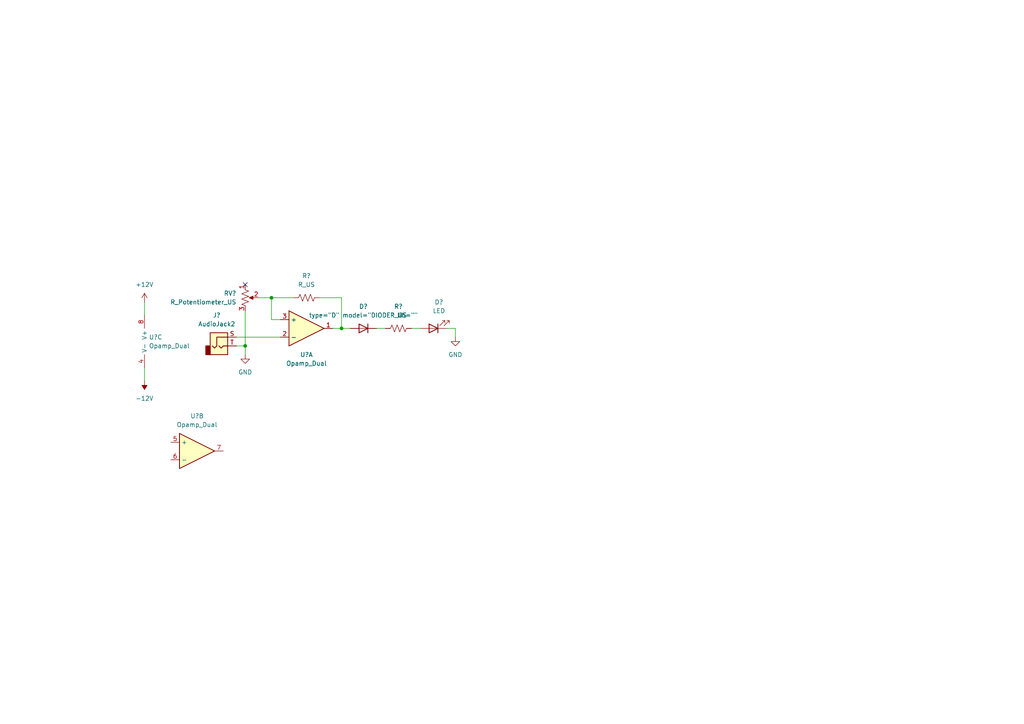
<source format=kicad_sch>
(kicad_sch (version 20211123) (generator eeschema)
  (paper "A4")
  (lib_symbols
    (symbol "Connector:AudioJack2"
      (property "Reference" "J" (at 0 8.89 0))
      (property "Value" "AudioJack2" (at 0 6.35 0))
      (symbol "AudioJack2_0_1"
        (rectangle (start -3.81 0) (end -2.54 -2.54) (stroke (width 0.254)) (fill (type outline)))
        (rectangle (start -2.54 3.81) (end 2.54 -2.54) (stroke (width 0.254)) (fill (type background)))
        (polyline (pts (xy 0 0) (xy 0.635 -0.635) (xy 1.27 0) (xy 2.54 0)) (stroke (width 0.254)))
        (polyline (pts (xy 2.54 2.54) (xy -0.635 2.54) (xy -0.635 0) (xy -1.27 -0.635) (xy -1.905 0)) (stroke (width 0.254)))
      )
      (symbol "AudioJack2_1_1"
        (pin passive line (at 5.08 2.54 180) (length 2.54) (name "~") (number "S"))
        (pin passive line (at 5.08 0 180) (length 2.54) (name "~") (number "T"))
      )
    )
    (symbol "Device:LED" (pin_numbers hide) (pin_names (offset 1.016) hide)
      (property "Reference" "D" (at 0 2.54 0))
      (property "Value" "LED" (at 0 -2.54 0))
      (symbol "LED_0_1"
        (polyline (pts (xy -1.27 -1.27) (xy -1.27 1.27)) (stroke (width 0.254)))
        (polyline (pts (xy -1.27 0) (xy 1.27 0)))
        (polyline (pts (xy 1.27 -1.27) (xy 1.27 1.27) (xy -1.27 0) (xy 1.27 -1.27)) (stroke (width 0.254)))
        (polyline (pts (xy -3.048 -0.762) (xy -4.572 -2.286) (xy -3.81 -2.286) (xy -4.572 -2.286) (xy -4.572 -1.524)))
        (polyline (pts (xy -1.778 -0.762) (xy -3.302 -2.286) (xy -2.54 -2.286) (xy -3.302 -2.286) (xy -3.302 -1.524)))
      )
      (symbol "LED_1_1"
        (pin passive line (at -3.81 0 0) (length 2.54) (name "K") (number "1"))
        (pin passive line (at 3.81 0 180) (length 2.54) (name "A") (number "2"))
      )
    )
    (symbol "Device:Opamp_Dual"
      (property "Reference" "U" (at 0 5.08 0))
      (property "Value" "Opamp_Dual" (at 0 -5.08 0))
      (symbol "Opamp_Dual_1_1"
        (polyline (pts (xy -5.08 5.08) (xy 5.08 0) (xy -5.08 -5.08) (xy -5.08 5.08)) (stroke (width 0.254)) (fill (type background)))
        (pin output line (at 7.62 0 180) (length 2.54) (name "~") (number "1"))
        (pin input line (at -7.62 -2.54 0) (length 2.54) (name "-") (number "2"))
        (pin input line (at -7.62 2.54 0) (length 2.54) (name "+") (number "3"))
      )
      (symbol "Opamp_Dual_2_1"
        (polyline (pts (xy -5.08 5.08) (xy 5.08 0) (xy -5.08 -5.08) (xy -5.08 5.08)) (stroke (width 0.254)) (fill (type background)))
        (pin input line (at -7.62 2.54 0) (length 2.54) (name "+") (number "5"))
        (pin input line (at -7.62 -2.54 0) (length 2.54) (name "-") (number "6"))
        (pin output line (at 7.62 0 180) (length 2.54) (name "~") (number "7"))
      )
      (symbol "Opamp_Dual_3_1"
        (pin power_in line (at -2.54 -7.62 90) (length 3.81) (name "V-") (number "4"))
        (pin power_in line (at -2.54 7.62 270) (length 3.81) (name "V+") (number "8"))
      )
    )
    (symbol "Device:R_Potentiometer_US" (pin_names (offset 1.016) hide)
      (property "Reference" "RV" (at -4.445 0 90))
      (property "Value" "R_Potentiometer_US" (at -2.54 0 90))
      (symbol "R_Potentiometer_US_0_1"
        (polyline (pts (xy 0 -2.286) (xy 0 -2.54)))
        (polyline (pts (xy 0 2.54) (xy 0 2.286)))
        (polyline (pts (xy 2.54 0) (xy 1.524 0)))
        (polyline (pts (xy 1.143 0) (xy 2.286 0.508) (xy 2.286 -0.508) (xy 1.143 0)) (fill (type outline)))
        (polyline (pts (xy 0 -0.762) (xy 1.016 -1.143) (xy 0 -1.524) (xy -1.016 -1.905) (xy 0 -2.286)))
        (polyline (pts (xy 0 0.762) (xy 1.016 0.381) (xy 0 0) (xy -1.016 -0.381) (xy 0 -0.762)))
        (polyline (pts (xy 0 2.286) (xy 1.016 1.905) (xy 0 1.524) (xy -1.016 1.143) (xy 0 0.762)))
      )
      (symbol "R_Potentiometer_US_1_1"
        (pin passive line (at 0 3.81 270) (length 1.27) (name "1") (number "1"))
        (pin passive line (at 3.81 0 180) (length 1.27) (name "2") (number "2"))
        (pin passive line (at 0 -3.81 90) (length 1.27) (name "3") (number "3"))
      )
    )
    (symbol "Device:R_US" (pin_numbers hide) (pin_names (offset 0))
      (property "Reference" "R" (at 2.54 0 90))
      (property "Value" "R_US" (at -2.54 0 90))
      (symbol "R_US_0_1"
        (polyline (pts (xy 0 -2.286) (xy 0 -2.54)))
        (polyline (pts (xy 0 2.286) (xy 0 2.54)))
        (polyline (pts (xy 0 -0.762) (xy 1.016 -1.143) (xy 0 -1.524) (xy -1.016 -1.905) (xy 0 -2.286)))
        (polyline (pts (xy 0 0.762) (xy 1.016 0.381) (xy 0 0) (xy -1.016 -0.381) (xy 0 -0.762)))
        (polyline (pts (xy 0 2.286) (xy 1.016 1.905) (xy 0 1.524) (xy -1.016 1.143) (xy 0 0.762)))
      )
      (symbol "R_US_1_1"
        (pin passive line (at 0 3.81 270) (length 1.27) (name "~") (number "1"))
        (pin passive line (at 0 -3.81 90) (length 1.27) (name "~") (number "2"))
      )
    )
    (symbol "Simulation_SPICE:DIODE" (pin_numbers hide) (pin_names (offset 1.016) hide)
      (property "Reference" "D" (at 0 2.54 0))
      (property "Value" "DIODE" (at 0 -2.54 0))
      (symbol "DIODE_0_1"
        (polyline (pts (xy 1.27 0) (xy -1.27 0)))
        (polyline (pts (xy 1.27 1.27) (xy 1.27 -1.27)) (stroke (width 0.254)))
        (polyline (pts (xy -1.27 -1.27) (xy -1.27 1.27) (xy 1.27 0) (xy -1.27 -1.27)) (stroke (width 0.254)))
      )
      (symbol "DIODE_1_1"
        (pin passive line (at -3.81 0 0) (length 2.54) (name "A") (number "1"))
        (pin passive line (at 3.81 0 180) (length 2.54) (name "K") (number "2"))
      )
    )
    (symbol "power:+12V" (power) (pin_names (offset 0))
      (property "Value" "+12V" (at 0 3.556 0))
      (symbol "+12V_0_1"
        (polyline (pts (xy -0.762 1.27) (xy 0 2.54)))
        (polyline (pts (xy 0 0) (xy 0 2.54)))
        (polyline (pts (xy 0 2.54) (xy 0.762 1.27)))
      )
      (symbol "+12V_1_1"
        (pin power_in line (at 0 0 90) (length 0) hide (name "+12V") (number "1"))
      )
    )
    (symbol "power:-12V" (power) (pin_names (offset 0))
      (property "Value" "-12V" (at 0 3.81 0))
      (symbol "-12V_0_0"
        (pin power_in line (at 0 0 90) (length 0) hide (name "-12V") (number "1"))
      )
      (symbol "-12V_0_1"
        (polyline (pts (xy 0 0) (xy 0 1.27) (xy 0.762 1.27) (xy 0 2.54) (xy -0.762 1.27) (xy 0 1.27)) (fill (type outline)))
      )
    )
    (symbol "power:GND" (power) (pin_names (offset 0))
      (property "Value" "GND" (at 0 -3.81 0))
      (symbol "GND_0_1"
        (polyline (pts (xy 0 0) (xy 0 -1.27) (xy 1.27 -1.27) (xy 0 -2.54) (xy -1.27 -1.27) (xy 0 -1.27)))
      )
      (symbol "GND_1_1"
        (pin power_in line (at 0 0 270) (length 0) hide (name "GND") (number "1"))
      )
    )
  )
  (junction (at 71.12 100.33))
  (junction (at 78.74 86.36))
  (junction (at 99.06 95.25))
  (no_connect (at 71.12 82.55))
  (wire (pts (xy 78.74 92.71) (xy 81.28 92.71)))
  (wire (pts (xy 129.54 95.25) (xy 132.08 95.25)))
  (wire (pts (xy 119.38 95.25) (xy 121.92 95.25)))
  (wire (pts (xy 99.06 95.25) (xy 101.6 95.25)))
  (wire (pts (xy 41.91 87.63) (xy 41.91 91.44)))
  (wire (pts (xy 41.91 106.68) (xy 41.91 110.49)))
  (wire (pts (xy 78.74 86.36) (xy 78.74 92.71)))
  (wire (pts (xy 68.58 97.79) (xy 81.28 97.79)))
  (wire (pts (xy 71.12 90.17) (xy 71.12 100.33)))
  (wire (pts (xy 68.58 100.33) (xy 71.12 100.33)))
  (wire (pts (xy 92.71 86.36) (xy 99.06 86.36)))
  (wire (pts (xy 71.12 100.33) (xy 71.12 102.87)))
  (wire (pts (xy 132.08 95.25) (xy 132.08 97.79)))
  (wire (pts (xy 74.93 86.36) (xy 78.74 86.36)))
  (wire (pts (xy 99.06 95.25) (xy 96.52 95.25)))
  (wire (pts (xy 78.74 86.36) (xy 85.09 86.36)))
  (wire (pts (xy 99.06 86.36) (xy 99.06 95.25)))
  (wire (pts (xy 109.22 95.25) (xy 111.76 95.25)))
  (symbol (lib_id "Device:Opamp_Dual") (at 57.15 130.81 0) (unit 2)
    (property "Reference" "U?" (at 57.15 120.65 0))
    (property "Value" "Opamp_Dual" (at 57.15 123.19 0))
  )
  (symbol (lib_id "Device:LED") (at 125.73 95.25 180) (unit 1)
    (property "Reference" "D?" (at 127.3175 87.63 0))
    (property "Value" "LED" (at 127.3175 90.17 0))
  )
  (symbol (lib_id "Device:R_Potentiometer_US") (at 71.12 86.36 0) (unit 1)
    (property "Reference" "RV?" (at 68.58 85.0899 0) (effects (justify right)))
    (property "Value" "R_Potentiometer_US" (at 68.58 87.6299 0) (effects (justify right)))
  )
  (symbol (lib_id "power:GND") (at 132.08 97.79 0) (unit 1)
    (property "Reference" "#PWR?" (effects hide))
    (property "Value" "GND" (at 132.08 102.87 0))
  )
  (symbol (lib_id "Connector:AudioJack2") (at 63.5 100.33 0) (unit 1)
    (property "Reference" "J?" (at 62.865 91.44 0))
    (property "Value" "AudioJack2" (at 62.865 93.98 0))
  )
  (symbol (lib_id "Device:R_US") (at 115.57 95.25 270) (unit 1)
    (property "Reference" "R?" (at 115.57 88.9 90))
    (property "Value" "R_US" (at 115.57 91.44 90))
  )
  (symbol (lib_id "Device:Opamp_Dual") (at 44.45 99.06 0) (unit 3)
    (property "Reference" "U?" (at 43.18 97.7899 0) (effects (justify left)))
    (property "Value" "Opamp_Dual" (at 43.18 100.3299 0) (effects (justify left)))
  )
  (symbol (lib_id "Device:Opamp_Dual") (at 88.9 95.25 0) (unit 1)
    (property "Reference" "U?" (at 88.9 102.87 0))
    (property "Value" "Opamp_Dual" (at 88.9 105.41 0))
  )
  (symbol (lib_id "power:-12V") (at 41.91 110.49 180) (unit 1)
    (property "Reference" "#PWR?" (effects hide))
    (property "Value" "-12V" (at 41.91 115.57 0))
  )
  (symbol (lib_id "power:+12V") (at 41.91 87.63 0) (unit 1)
    (property "Reference" "#PWR?" (effects hide))
    (property "Value" "+12V" (at 41.91 82.55 0))
  )
  (symbol (lib_id "Simulation_SPICE:DIODE") (at 105.41 95.25 0) (unit 1)
    (property "Reference" "D?" (at 105.41 88.9 0))
    (property "Value" "DIODE" (at 105.41 91.44 0))
    (property "Spice_Netlist_Enabled" "Y" (effects hide))
    (property "Spice_Primitive" "D" (effects hide))
  )
  (symbol (lib_id "power:GND") (at 71.12 102.87 0) (unit 1)
    (property "Reference" "#PWR?" (effects hide))
    (property "Value" "GND" (at 71.12 107.95 0))
  )
  (symbol (lib_id "Device:R_US") (at 88.9 86.36 270) (unit 1)
    (property "Reference" "R?" (at 88.9 80.01 90))
    (property "Value" "R_US" (at 88.9 82.55 90))
  )
)
</source>
